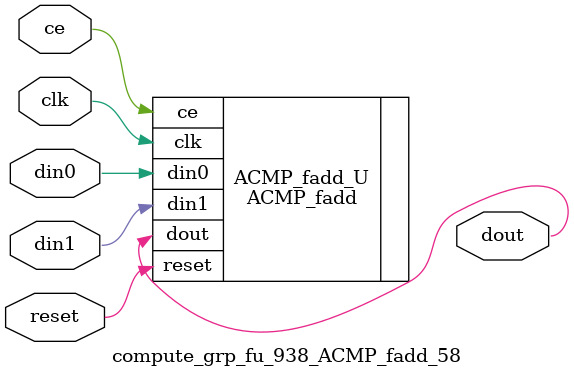
<source format=v>

`timescale 1 ns / 1 ps
module compute_grp_fu_938_ACMP_fadd_58(
    clk,
    reset,
    ce,
    din0,
    din1,
    dout);

parameter ID = 32'd1;
parameter NUM_STAGE = 32'd1;
parameter din0_WIDTH = 32'd1;
parameter din1_WIDTH = 32'd1;
parameter dout_WIDTH = 32'd1;
input clk;
input reset;
input ce;
input[din0_WIDTH - 1:0] din0;
input[din1_WIDTH - 1:0] din1;
output[dout_WIDTH - 1:0] dout;



ACMP_fadd #(
.ID( ID ),
.NUM_STAGE( 4 ),
.din0_WIDTH( din0_WIDTH ),
.din1_WIDTH( din1_WIDTH ),
.dout_WIDTH( dout_WIDTH ))
ACMP_fadd_U(
    .clk( clk ),
    .reset( reset ),
    .ce( ce ),
    .din0( din0 ),
    .din1( din1 ),
    .dout( dout ));

endmodule

</source>
